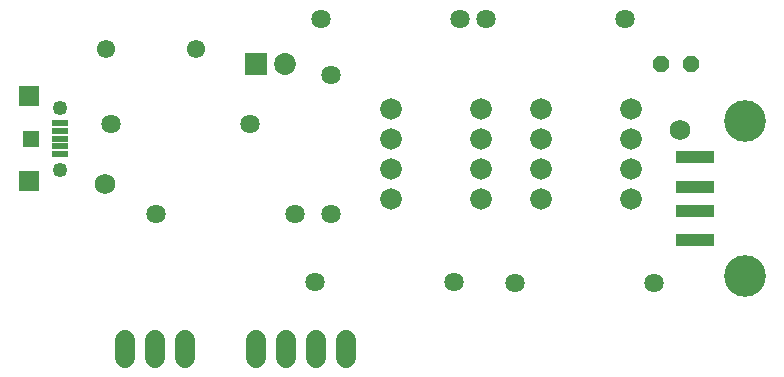
<source format=gbr>
G04 EAGLE Gerber RS-274X export*
G75*
%MOMM*%
%FSLAX34Y34*%
%LPD*%
%INSoldermask Top*%
%IPPOS*%
%AMOC8*
5,1,8,0,0,1.08239X$1,22.5*%
G01*
G04 Define Apertures*
%ADD10C,1.854200*%
%ADD11R,1.854200X1.854200*%
%ADD12C,1.633200*%
%ADD13C,1.828800*%
%ADD14C,3.530600*%
%ADD15R,3.203200X1.103200*%
%ADD16C,1.553200*%
%ADD17C,1.727200*%
%ADD18P,1.53959X8X22.5*%
%ADD19R,1.453200X0.603200*%
%ADD20C,1.253200*%
%ADD21R,1.703200X1.703200*%
%ADD22R,1.473200X1.473200*%
%ADD23C,1.727200*%
D10*
X241100Y342900D03*
D11*
X216100Y342900D03*
D12*
X131700Y215900D03*
X249300Y215900D03*
X279400Y215520D03*
X279400Y333120D03*
X211200Y292100D03*
X93600Y292100D03*
X383920Y158552D03*
X266320Y158552D03*
D13*
X330200Y304800D03*
X330200Y279400D03*
X406400Y279400D03*
X406400Y304800D03*
X330200Y254000D03*
X330200Y228600D03*
X406400Y254000D03*
X406400Y228600D03*
D14*
X630400Y294259D03*
X630400Y162941D03*
D15*
X588280Y218600D03*
X588280Y193600D03*
X588280Y238600D03*
X588280Y263600D03*
D16*
X165100Y355600D03*
X88900Y355600D03*
D17*
X241300Y109220D02*
X241300Y93980D01*
X215900Y93980D02*
X215900Y109220D01*
D13*
X457200Y304800D03*
X457200Y279400D03*
X533400Y279400D03*
X533400Y304800D03*
X457200Y254000D03*
X457200Y228600D03*
X533400Y254000D03*
X533400Y228600D03*
D18*
X558800Y342900D03*
X584200Y342900D03*
D12*
X553428Y157480D03*
X435828Y157480D03*
X411100Y381000D03*
X528700Y381000D03*
X271400Y381000D03*
X389000Y381000D03*
D17*
X266700Y109220D02*
X266700Y93980D01*
X292100Y93980D02*
X292100Y109220D01*
D19*
X50400Y266400D03*
X50400Y272900D03*
X50400Y279400D03*
X50400Y285900D03*
X50400Y292400D03*
D20*
X50400Y253400D03*
X50400Y305400D03*
D21*
X23900Y243400D03*
X23900Y315400D03*
D22*
X25400Y279400D03*
D17*
X105410Y109220D02*
X105410Y93980D01*
X130810Y93980D02*
X130810Y109220D01*
X156210Y109220D02*
X156210Y93980D01*
D23*
X575310Y287020D03*
X88600Y241000D03*
M02*

</source>
